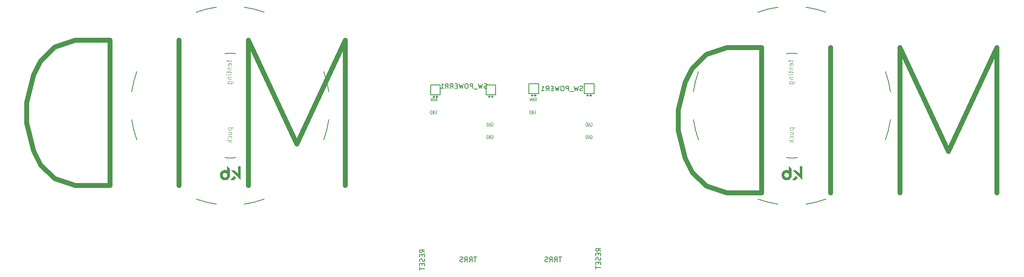
<source format=gbr>
%TF.GenerationSoftware,KiCad,Pcbnew,6.0.4+dfsg-1+b1*%
%TF.CreationDate,2022-04-16T20:30:22+01:00*%
%TF.ProjectId,sweep-mid,73776565-702d-46d6-9964-2e6b69636164,rev?*%
%TF.SameCoordinates,Original*%
%TF.FileFunction,Legend,Bot*%
%TF.FilePolarity,Positive*%
%FSLAX46Y46*%
G04 Gerber Fmt 4.6, Leading zero omitted, Abs format (unit mm)*
G04 Created by KiCad (PCBNEW 6.0.4+dfsg-1+b1) date 2022-04-16 20:30:22*
%MOMM*%
%LPD*%
G01*
G04 APERTURE LIST*
%ADD10C,1.000000*%
%ADD11C,0.150000*%
%ADD12C,0.100000*%
%ADD13C,0.125000*%
%ADD14C,0.200000*%
%ADD15C,0.010000*%
G04 APERTURE END LIST*
D10*
X250582857Y-105011428D02*
X250582857Y-75011428D01*
X240582857Y-96440000D01*
X230582857Y-75011428D01*
X230582857Y-105011428D01*
X216297142Y-105011428D02*
X216297142Y-75011428D01*
X202011428Y-105011428D02*
X202011428Y-75011428D01*
X194868571Y-75011428D01*
X190582857Y-76440000D01*
X187725714Y-79297142D01*
X186297142Y-82154285D01*
X184868571Y-87868571D01*
X184868571Y-92154285D01*
X186297142Y-97868571D01*
X187725714Y-100725714D01*
X190582857Y-103582857D01*
X194868571Y-105011428D01*
X202011428Y-105011428D01*
X116216857Y-103487428D02*
X116216857Y-73487428D01*
X106216857Y-94916000D01*
X96216857Y-73487428D01*
X96216857Y-103487428D01*
X81931142Y-103487428D02*
X81931142Y-73487428D01*
X67645428Y-103487428D02*
X67645428Y-73487428D01*
X60502571Y-73487428D01*
X56216857Y-74916000D01*
X53359714Y-77773142D01*
X51931142Y-80630285D01*
X50502571Y-86344571D01*
X50502571Y-90630285D01*
X51931142Y-96344571D01*
X53359714Y-99201714D01*
X56216857Y-102058857D01*
X60502571Y-103487428D01*
X67645428Y-103487428D01*
D11*
%TO.C,Bat+r1*%
X146499638Y-84941895D02*
X146499638Y-85135419D01*
X146693161Y-85058009D02*
X146499638Y-85135419D01*
X146306114Y-85058009D01*
X146615752Y-85290238D02*
X146499638Y-85135419D01*
X146383523Y-85290238D01*
X145880361Y-84941895D02*
X145880361Y-85135419D01*
X146073885Y-85058009D02*
X145880361Y-85135419D01*
X145686838Y-85058009D01*
X145996476Y-85290238D02*
X145880361Y-85135419D01*
X145764247Y-85290238D01*
%TO.C,BatGND1*%
X135069638Y-84941895D02*
X135069638Y-85135419D01*
X135263161Y-85058009D02*
X135069638Y-85135419D01*
X134876114Y-85058009D01*
X135185752Y-85290238D02*
X135069638Y-85135419D01*
X134953523Y-85290238D01*
X134450361Y-84941895D02*
X134450361Y-85135419D01*
X134643885Y-85058009D02*
X134450361Y-85135419D01*
X134256838Y-85058009D01*
X134566476Y-85290238D02*
X134450361Y-85135419D01*
X134334247Y-85290238D01*
D12*
%TO.C,REF\u002A\u002A*%
X91987714Y-77573500D02*
X91987714Y-77954452D01*
X91654380Y-77716357D02*
X92511523Y-77716357D01*
X92606761Y-77763976D01*
X92654380Y-77859214D01*
X92654380Y-77954452D01*
X92606761Y-78668738D02*
X92654380Y-78573500D01*
X92654380Y-78383023D01*
X92606761Y-78287785D01*
X92511523Y-78240166D01*
X92130571Y-78240166D01*
X92035333Y-78287785D01*
X91987714Y-78383023D01*
X91987714Y-78573500D01*
X92035333Y-78668738D01*
X92130571Y-78716357D01*
X92225809Y-78716357D01*
X92321047Y-78240166D01*
X91987714Y-79144928D02*
X92654380Y-79144928D01*
X92082952Y-79144928D02*
X92035333Y-79192547D01*
X91987714Y-79287785D01*
X91987714Y-79430642D01*
X92035333Y-79525880D01*
X92130571Y-79573500D01*
X92654380Y-79573500D01*
X91987714Y-79906833D02*
X91987714Y-80287785D01*
X91654380Y-80049690D02*
X92511523Y-80049690D01*
X92606761Y-80097309D01*
X92654380Y-80192547D01*
X92654380Y-80287785D01*
X92654380Y-80621119D02*
X91987714Y-80621119D01*
X91654380Y-80621119D02*
X91702000Y-80573500D01*
X91749619Y-80621119D01*
X91702000Y-80668738D01*
X91654380Y-80621119D01*
X91749619Y-80621119D01*
X91987714Y-81097309D02*
X92654380Y-81097309D01*
X92082952Y-81097309D02*
X92035333Y-81144928D01*
X91987714Y-81240166D01*
X91987714Y-81383023D01*
X92035333Y-81478261D01*
X92130571Y-81525880D01*
X92654380Y-81525880D01*
X91987714Y-82430642D02*
X92797238Y-82430642D01*
X92892476Y-82383023D01*
X92940095Y-82335404D01*
X92987714Y-82240166D01*
X92987714Y-82097309D01*
X92940095Y-82002071D01*
X92606761Y-82430642D02*
X92654380Y-82335404D01*
X92654380Y-82144928D01*
X92606761Y-82049690D01*
X92559142Y-82002071D01*
X92463904Y-81954452D01*
X92178190Y-81954452D01*
X92082952Y-82002071D01*
X92035333Y-82049690D01*
X91987714Y-82144928D01*
X91987714Y-82335404D01*
X92035333Y-82430642D01*
X92051214Y-91527500D02*
X93051214Y-91527500D01*
X92098833Y-91527500D02*
X92051214Y-91622738D01*
X92051214Y-91813214D01*
X92098833Y-91908452D01*
X92146452Y-91956071D01*
X92241690Y-92003690D01*
X92527404Y-92003690D01*
X92622642Y-91956071D01*
X92670261Y-91908452D01*
X92717880Y-91813214D01*
X92717880Y-91622738D01*
X92670261Y-91527500D01*
X92051214Y-92860833D02*
X92717880Y-92860833D01*
X92051214Y-92432261D02*
X92575023Y-92432261D01*
X92670261Y-92479880D01*
X92717880Y-92575119D01*
X92717880Y-92717976D01*
X92670261Y-92813214D01*
X92622642Y-92860833D01*
X92670261Y-93765595D02*
X92717880Y-93670357D01*
X92717880Y-93479880D01*
X92670261Y-93384642D01*
X92622642Y-93337023D01*
X92527404Y-93289404D01*
X92241690Y-93289404D01*
X92146452Y-93337023D01*
X92098833Y-93384642D01*
X92051214Y-93479880D01*
X92051214Y-93670357D01*
X92098833Y-93765595D01*
X92717880Y-94194166D02*
X91717880Y-94194166D01*
X92336928Y-94289404D02*
X92717880Y-94575119D01*
X92051214Y-94575119D02*
X92432166Y-94194166D01*
D11*
%TO.C,RSW1*%
X132532380Y-117292619D02*
X132056190Y-116959285D01*
X132532380Y-116721190D02*
X131532380Y-116721190D01*
X131532380Y-117102142D01*
X131580000Y-117197380D01*
X131627619Y-117245000D01*
X131722857Y-117292619D01*
X131865714Y-117292619D01*
X131960952Y-117245000D01*
X132008571Y-117197380D01*
X132056190Y-117102142D01*
X132056190Y-116721190D01*
X132008571Y-117721190D02*
X132008571Y-118054523D01*
X132532380Y-118197380D02*
X132532380Y-117721190D01*
X131532380Y-117721190D01*
X131532380Y-118197380D01*
X132484761Y-118578333D02*
X132532380Y-118721190D01*
X132532380Y-118959285D01*
X132484761Y-119054523D01*
X132437142Y-119102142D01*
X132341904Y-119149761D01*
X132246666Y-119149761D01*
X132151428Y-119102142D01*
X132103809Y-119054523D01*
X132056190Y-118959285D01*
X132008571Y-118768809D01*
X131960952Y-118673571D01*
X131913333Y-118625952D01*
X131818095Y-118578333D01*
X131722857Y-118578333D01*
X131627619Y-118625952D01*
X131580000Y-118673571D01*
X131532380Y-118768809D01*
X131532380Y-119006904D01*
X131580000Y-119149761D01*
X132008571Y-119578333D02*
X132008571Y-119911666D01*
X132532380Y-120054523D02*
X132532380Y-119578333D01*
X131532380Y-119578333D01*
X131532380Y-120054523D01*
X131532380Y-120340238D02*
X131532380Y-120911666D01*
X132532380Y-120625952D02*
X131532380Y-120625952D01*
%TO.C,U1*%
D13*
X146354952Y-90521000D02*
X146402571Y-90485285D01*
X146474000Y-90485285D01*
X146545428Y-90521000D01*
X146593047Y-90592428D01*
X146616857Y-90663857D01*
X146640666Y-90806714D01*
X146640666Y-90913857D01*
X146616857Y-91056714D01*
X146593047Y-91128142D01*
X146545428Y-91199571D01*
X146474000Y-91235285D01*
X146426380Y-91235285D01*
X146354952Y-91199571D01*
X146331142Y-91163857D01*
X146331142Y-90913857D01*
X146426380Y-90913857D01*
X146116857Y-91235285D02*
X146116857Y-90485285D01*
X145831142Y-91235285D01*
X145831142Y-90485285D01*
X145593047Y-91235285D02*
X145593047Y-90485285D01*
X145474000Y-90485285D01*
X145402571Y-90521000D01*
X145354952Y-90592428D01*
X145331142Y-90663857D01*
X145307333Y-90806714D01*
X145307333Y-90913857D01*
X145331142Y-91056714D01*
X145354952Y-91128142D01*
X145402571Y-91199571D01*
X145474000Y-91235285D01*
X145593047Y-91235285D01*
X134799238Y-86065285D02*
X134965904Y-85708142D01*
X135084952Y-86065285D02*
X135084952Y-85315285D01*
X134894476Y-85315285D01*
X134846857Y-85351000D01*
X134823047Y-85386714D01*
X134799238Y-85458142D01*
X134799238Y-85565285D01*
X134823047Y-85636714D01*
X134846857Y-85672428D01*
X134894476Y-85708142D01*
X135084952Y-85708142D01*
X134608761Y-85851000D02*
X134370666Y-85851000D01*
X134656380Y-86065285D02*
X134489714Y-85315285D01*
X134323047Y-86065285D01*
X134204000Y-85315285D02*
X134084952Y-86065285D01*
X133989714Y-85529571D01*
X133894476Y-86065285D01*
X133775428Y-85315285D01*
X146334952Y-93101000D02*
X146382571Y-93065285D01*
X146454000Y-93065285D01*
X146525428Y-93101000D01*
X146573047Y-93172428D01*
X146596857Y-93243857D01*
X146620666Y-93386714D01*
X146620666Y-93493857D01*
X146596857Y-93636714D01*
X146573047Y-93708142D01*
X146525428Y-93779571D01*
X146454000Y-93815285D01*
X146406380Y-93815285D01*
X146334952Y-93779571D01*
X146311142Y-93743857D01*
X146311142Y-93493857D01*
X146406380Y-93493857D01*
X146096857Y-93815285D02*
X146096857Y-93065285D01*
X145811142Y-93815285D01*
X145811142Y-93065285D01*
X145573047Y-93815285D02*
X145573047Y-93065285D01*
X145454000Y-93065285D01*
X145382571Y-93101000D01*
X145334952Y-93172428D01*
X145311142Y-93243857D01*
X145287333Y-93386714D01*
X145287333Y-93493857D01*
X145311142Y-93636714D01*
X145334952Y-93708142D01*
X145382571Y-93779571D01*
X145454000Y-93815285D01*
X145573047Y-93815285D01*
X134704952Y-87991000D02*
X134752571Y-87955285D01*
X134824000Y-87955285D01*
X134895428Y-87991000D01*
X134943047Y-88062428D01*
X134966857Y-88133857D01*
X134990666Y-88276714D01*
X134990666Y-88383857D01*
X134966857Y-88526714D01*
X134943047Y-88598142D01*
X134895428Y-88669571D01*
X134824000Y-88705285D01*
X134776380Y-88705285D01*
X134704952Y-88669571D01*
X134681142Y-88633857D01*
X134681142Y-88383857D01*
X134776380Y-88383857D01*
X134466857Y-88705285D02*
X134466857Y-87955285D01*
X134181142Y-88705285D01*
X134181142Y-87955285D01*
X133943047Y-88705285D02*
X133943047Y-87955285D01*
X133824000Y-87955285D01*
X133752571Y-87991000D01*
X133704952Y-88062428D01*
X133681142Y-88133857D01*
X133657333Y-88276714D01*
X133657333Y-88383857D01*
X133681142Y-88526714D01*
X133704952Y-88598142D01*
X133752571Y-88669571D01*
X133824000Y-88705285D01*
X133943047Y-88705285D01*
D11*
%TO.C,BatGND4*%
X166769478Y-84687895D02*
X166769478Y-84881419D01*
X166963001Y-84804009D02*
X166769478Y-84881419D01*
X166575954Y-84804009D01*
X166885592Y-85036238D02*
X166769478Y-84881419D01*
X166653363Y-85036238D01*
X166150201Y-84687895D02*
X166150201Y-84881419D01*
X166343725Y-84804009D02*
X166150201Y-84881419D01*
X165956678Y-84804009D01*
X166266316Y-85036238D02*
X166150201Y-84881419D01*
X166034087Y-85036238D01*
%TO.C,RSW2*%
X168854380Y-117038619D02*
X168378190Y-116705285D01*
X168854380Y-116467190D02*
X167854380Y-116467190D01*
X167854380Y-116848142D01*
X167902000Y-116943380D01*
X167949619Y-116991000D01*
X168044857Y-117038619D01*
X168187714Y-117038619D01*
X168282952Y-116991000D01*
X168330571Y-116943380D01*
X168378190Y-116848142D01*
X168378190Y-116467190D01*
X168330571Y-117467190D02*
X168330571Y-117800523D01*
X168854380Y-117943380D02*
X168854380Y-117467190D01*
X167854380Y-117467190D01*
X167854380Y-117943380D01*
X168806761Y-118324333D02*
X168854380Y-118467190D01*
X168854380Y-118705285D01*
X168806761Y-118800523D01*
X168759142Y-118848142D01*
X168663904Y-118895761D01*
X168568666Y-118895761D01*
X168473428Y-118848142D01*
X168425809Y-118800523D01*
X168378190Y-118705285D01*
X168330571Y-118514809D01*
X168282952Y-118419571D01*
X168235333Y-118371952D01*
X168140095Y-118324333D01*
X168044857Y-118324333D01*
X167949619Y-118371952D01*
X167902000Y-118419571D01*
X167854380Y-118514809D01*
X167854380Y-118752904D01*
X167902000Y-118895761D01*
X168330571Y-119324333D02*
X168330571Y-119657666D01*
X168854380Y-119800523D02*
X168854380Y-119324333D01*
X167854380Y-119324333D01*
X167854380Y-119800523D01*
X167854380Y-120086238D02*
X167854380Y-120657666D01*
X168854380Y-120371952D02*
X167854380Y-120371952D01*
%TO.C,Bat+1*%
X155339478Y-84687895D02*
X155339478Y-84881419D01*
X155533001Y-84804009D02*
X155339478Y-84881419D01*
X155145954Y-84804009D01*
X155455592Y-85036238D02*
X155339478Y-84881419D01*
X155223363Y-85036238D01*
X154720201Y-84687895D02*
X154720201Y-84881419D01*
X154913725Y-84804009D02*
X154720201Y-84881419D01*
X154526678Y-84804009D01*
X154836316Y-85036238D02*
X154720201Y-84881419D01*
X154604087Y-85036238D01*
D12*
%TO.C,REF\u002A\u002A*%
X207875214Y-91527500D02*
X208875214Y-91527500D01*
X207922833Y-91527500D02*
X207875214Y-91622738D01*
X207875214Y-91813214D01*
X207922833Y-91908452D01*
X207970452Y-91956071D01*
X208065690Y-92003690D01*
X208351404Y-92003690D01*
X208446642Y-91956071D01*
X208494261Y-91908452D01*
X208541880Y-91813214D01*
X208541880Y-91622738D01*
X208494261Y-91527500D01*
X207875214Y-92860833D02*
X208541880Y-92860833D01*
X207875214Y-92432261D02*
X208399023Y-92432261D01*
X208494261Y-92479880D01*
X208541880Y-92575119D01*
X208541880Y-92717976D01*
X208494261Y-92813214D01*
X208446642Y-92860833D01*
X208494261Y-93765595D02*
X208541880Y-93670357D01*
X208541880Y-93479880D01*
X208494261Y-93384642D01*
X208446642Y-93337023D01*
X208351404Y-93289404D01*
X208065690Y-93289404D01*
X207970452Y-93337023D01*
X207922833Y-93384642D01*
X207875214Y-93479880D01*
X207875214Y-93670357D01*
X207922833Y-93765595D01*
X208541880Y-94194166D02*
X207541880Y-94194166D01*
X208160928Y-94289404D02*
X208541880Y-94575119D01*
X207875214Y-94575119D02*
X208256166Y-94194166D01*
X207811714Y-77573500D02*
X207811714Y-77954452D01*
X207478380Y-77716357D02*
X208335523Y-77716357D01*
X208430761Y-77763976D01*
X208478380Y-77859214D01*
X208478380Y-77954452D01*
X208430761Y-78668738D02*
X208478380Y-78573500D01*
X208478380Y-78383023D01*
X208430761Y-78287785D01*
X208335523Y-78240166D01*
X207954571Y-78240166D01*
X207859333Y-78287785D01*
X207811714Y-78383023D01*
X207811714Y-78573500D01*
X207859333Y-78668738D01*
X207954571Y-78716357D01*
X208049809Y-78716357D01*
X208145047Y-78240166D01*
X207811714Y-79144928D02*
X208478380Y-79144928D01*
X207906952Y-79144928D02*
X207859333Y-79192547D01*
X207811714Y-79287785D01*
X207811714Y-79430642D01*
X207859333Y-79525880D01*
X207954571Y-79573500D01*
X208478380Y-79573500D01*
X207811714Y-79906833D02*
X207811714Y-80287785D01*
X207478380Y-80049690D02*
X208335523Y-80049690D01*
X208430761Y-80097309D01*
X208478380Y-80192547D01*
X208478380Y-80287785D01*
X208478380Y-80621119D02*
X207811714Y-80621119D01*
X207478380Y-80621119D02*
X207526000Y-80573500D01*
X207573619Y-80621119D01*
X207526000Y-80668738D01*
X207478380Y-80621119D01*
X207573619Y-80621119D01*
X207811714Y-81097309D02*
X208478380Y-81097309D01*
X207906952Y-81097309D02*
X207859333Y-81144928D01*
X207811714Y-81240166D01*
X207811714Y-81383023D01*
X207859333Y-81478261D01*
X207954571Y-81525880D01*
X208478380Y-81525880D01*
X207811714Y-82430642D02*
X208621238Y-82430642D01*
X208716476Y-82383023D01*
X208764095Y-82335404D01*
X208811714Y-82240166D01*
X208811714Y-82097309D01*
X208764095Y-82002071D01*
X208430761Y-82430642D02*
X208478380Y-82335404D01*
X208478380Y-82144928D01*
X208430761Y-82049690D01*
X208383142Y-82002071D01*
X208287904Y-81954452D01*
X208002190Y-81954452D01*
X207906952Y-82002071D01*
X207859333Y-82049690D01*
X207811714Y-82144928D01*
X207811714Y-82335404D01*
X207859333Y-82430642D01*
D11*
%TO.C,J1*%
X160765904Y-118197380D02*
X160194476Y-118197380D01*
X160480190Y-119197380D02*
X160480190Y-118197380D01*
X159289714Y-119197380D02*
X159623047Y-118721190D01*
X159861142Y-119197380D02*
X159861142Y-118197380D01*
X159480190Y-118197380D01*
X159384952Y-118245000D01*
X159337333Y-118292619D01*
X159289714Y-118387857D01*
X159289714Y-118530714D01*
X159337333Y-118625952D01*
X159384952Y-118673571D01*
X159480190Y-118721190D01*
X159861142Y-118721190D01*
X158289714Y-119197380D02*
X158623047Y-118721190D01*
X158861142Y-119197380D02*
X158861142Y-118197380D01*
X158480190Y-118197380D01*
X158384952Y-118245000D01*
X158337333Y-118292619D01*
X158289714Y-118387857D01*
X158289714Y-118530714D01*
X158337333Y-118625952D01*
X158384952Y-118673571D01*
X158480190Y-118721190D01*
X158861142Y-118721190D01*
X157908761Y-119149761D02*
X157765904Y-119197380D01*
X157527809Y-119197380D01*
X157432571Y-119149761D01*
X157384952Y-119102142D01*
X157337333Y-119006904D01*
X157337333Y-118911666D01*
X157384952Y-118816428D01*
X157432571Y-118768809D01*
X157527809Y-118721190D01*
X157718285Y-118673571D01*
X157813523Y-118625952D01*
X157861142Y-118578333D01*
X157908761Y-118483095D01*
X157908761Y-118387857D01*
X157861142Y-118292619D01*
X157813523Y-118245000D01*
X157718285Y-118197380D01*
X157480190Y-118197380D01*
X157337333Y-118245000D01*
D13*
%TO.C,U2*%
X155128792Y-87991000D02*
X155176411Y-87955285D01*
X155247840Y-87955285D01*
X155319268Y-87991000D01*
X155366887Y-88062428D01*
X155390697Y-88133857D01*
X155414506Y-88276714D01*
X155414506Y-88383857D01*
X155390697Y-88526714D01*
X155366887Y-88598142D01*
X155319268Y-88669571D01*
X155247840Y-88705285D01*
X155200220Y-88705285D01*
X155128792Y-88669571D01*
X155104982Y-88633857D01*
X155104982Y-88383857D01*
X155200220Y-88383857D01*
X154890697Y-88705285D02*
X154890697Y-87955285D01*
X154604982Y-88705285D01*
X154604982Y-87955285D01*
X154366887Y-88705285D02*
X154366887Y-87955285D01*
X154247840Y-87955285D01*
X154176411Y-87991000D01*
X154128792Y-88062428D01*
X154104982Y-88133857D01*
X154081173Y-88276714D01*
X154081173Y-88383857D01*
X154104982Y-88526714D01*
X154128792Y-88598142D01*
X154176411Y-88669571D01*
X154247840Y-88705285D01*
X154366887Y-88705285D01*
X155223078Y-86065285D02*
X155389744Y-85708142D01*
X155508792Y-86065285D02*
X155508792Y-85315285D01*
X155318316Y-85315285D01*
X155270697Y-85351000D01*
X155246887Y-85386714D01*
X155223078Y-85458142D01*
X155223078Y-85565285D01*
X155246887Y-85636714D01*
X155270697Y-85672428D01*
X155318316Y-85708142D01*
X155508792Y-85708142D01*
X155032601Y-85851000D02*
X154794506Y-85851000D01*
X155080220Y-86065285D02*
X154913554Y-85315285D01*
X154746887Y-86065285D01*
X154627840Y-85315285D02*
X154508792Y-86065285D01*
X154413554Y-85529571D01*
X154318316Y-86065285D01*
X154199268Y-85315285D01*
X166778792Y-90521000D02*
X166826411Y-90485285D01*
X166897840Y-90485285D01*
X166969268Y-90521000D01*
X167016887Y-90592428D01*
X167040697Y-90663857D01*
X167064506Y-90806714D01*
X167064506Y-90913857D01*
X167040697Y-91056714D01*
X167016887Y-91128142D01*
X166969268Y-91199571D01*
X166897840Y-91235285D01*
X166850220Y-91235285D01*
X166778792Y-91199571D01*
X166754982Y-91163857D01*
X166754982Y-90913857D01*
X166850220Y-90913857D01*
X166540697Y-91235285D02*
X166540697Y-90485285D01*
X166254982Y-91235285D01*
X166254982Y-90485285D01*
X166016887Y-91235285D02*
X166016887Y-90485285D01*
X165897840Y-90485285D01*
X165826411Y-90521000D01*
X165778792Y-90592428D01*
X165754982Y-90663857D01*
X165731173Y-90806714D01*
X165731173Y-90913857D01*
X165754982Y-91056714D01*
X165778792Y-91128142D01*
X165826411Y-91199571D01*
X165897840Y-91235285D01*
X166016887Y-91235285D01*
X166758792Y-93101000D02*
X166806411Y-93065285D01*
X166877840Y-93065285D01*
X166949268Y-93101000D01*
X166996887Y-93172428D01*
X167020697Y-93243857D01*
X167044506Y-93386714D01*
X167044506Y-93493857D01*
X167020697Y-93636714D01*
X166996887Y-93708142D01*
X166949268Y-93779571D01*
X166877840Y-93815285D01*
X166830220Y-93815285D01*
X166758792Y-93779571D01*
X166734982Y-93743857D01*
X166734982Y-93493857D01*
X166830220Y-93493857D01*
X166520697Y-93815285D02*
X166520697Y-93065285D01*
X166234982Y-93815285D01*
X166234982Y-93065285D01*
X165996887Y-93815285D02*
X165996887Y-93065285D01*
X165877840Y-93065285D01*
X165806411Y-93101000D01*
X165758792Y-93172428D01*
X165734982Y-93243857D01*
X165711173Y-93386714D01*
X165711173Y-93493857D01*
X165734982Y-93636714D01*
X165758792Y-93708142D01*
X165806411Y-93779571D01*
X165877840Y-93815285D01*
X165996887Y-93815285D01*
D11*
%TO.C,J2*%
X143239904Y-118197380D02*
X142668476Y-118197380D01*
X142954190Y-119197380D02*
X142954190Y-118197380D01*
X141763714Y-119197380D02*
X142097047Y-118721190D01*
X142335142Y-119197380D02*
X142335142Y-118197380D01*
X141954190Y-118197380D01*
X141858952Y-118245000D01*
X141811333Y-118292619D01*
X141763714Y-118387857D01*
X141763714Y-118530714D01*
X141811333Y-118625952D01*
X141858952Y-118673571D01*
X141954190Y-118721190D01*
X142335142Y-118721190D01*
X140763714Y-119197380D02*
X141097047Y-118721190D01*
X141335142Y-119197380D02*
X141335142Y-118197380D01*
X140954190Y-118197380D01*
X140858952Y-118245000D01*
X140811333Y-118292619D01*
X140763714Y-118387857D01*
X140763714Y-118530714D01*
X140811333Y-118625952D01*
X140858952Y-118673571D01*
X140954190Y-118721190D01*
X141335142Y-118721190D01*
X140382761Y-119149761D02*
X140239904Y-119197380D01*
X140001809Y-119197380D01*
X139906571Y-119149761D01*
X139858952Y-119102142D01*
X139811333Y-119006904D01*
X139811333Y-118911666D01*
X139858952Y-118816428D01*
X139906571Y-118768809D01*
X140001809Y-118721190D01*
X140192285Y-118673571D01*
X140287523Y-118625952D01*
X140335142Y-118578333D01*
X140382761Y-118483095D01*
X140382761Y-118387857D01*
X140335142Y-118292619D01*
X140287523Y-118245000D01*
X140192285Y-118197380D01*
X139954190Y-118197380D01*
X139811333Y-118245000D01*
%TO.C,SW_POWERR1*%
X145363904Y-83394761D02*
X145221047Y-83442380D01*
X144982952Y-83442380D01*
X144887714Y-83394761D01*
X144840095Y-83347142D01*
X144792476Y-83251904D01*
X144792476Y-83156666D01*
X144840095Y-83061428D01*
X144887714Y-83013809D01*
X144982952Y-82966190D01*
X145173428Y-82918571D01*
X145268666Y-82870952D01*
X145316285Y-82823333D01*
X145363904Y-82728095D01*
X145363904Y-82632857D01*
X145316285Y-82537619D01*
X145268666Y-82490000D01*
X145173428Y-82442380D01*
X144935333Y-82442380D01*
X144792476Y-82490000D01*
X144459142Y-82442380D02*
X144221047Y-83442380D01*
X144030571Y-82728095D01*
X143840095Y-83442380D01*
X143602000Y-82442380D01*
X143459142Y-83537619D02*
X142697238Y-83537619D01*
X142459142Y-83442380D02*
X142459142Y-82442380D01*
X142078190Y-82442380D01*
X141982952Y-82490000D01*
X141935333Y-82537619D01*
X141887714Y-82632857D01*
X141887714Y-82775714D01*
X141935333Y-82870952D01*
X141982952Y-82918571D01*
X142078190Y-82966190D01*
X142459142Y-82966190D01*
X141268666Y-82442380D02*
X141078190Y-82442380D01*
X140982952Y-82490000D01*
X140887714Y-82585238D01*
X140840095Y-82775714D01*
X140840095Y-83109047D01*
X140887714Y-83299523D01*
X140982952Y-83394761D01*
X141078190Y-83442380D01*
X141268666Y-83442380D01*
X141363904Y-83394761D01*
X141459142Y-83299523D01*
X141506761Y-83109047D01*
X141506761Y-82775714D01*
X141459142Y-82585238D01*
X141363904Y-82490000D01*
X141268666Y-82442380D01*
X140506761Y-82442380D02*
X140268666Y-83442380D01*
X140078190Y-82728095D01*
X139887714Y-83442380D01*
X139649619Y-82442380D01*
X139268666Y-82918571D02*
X138935333Y-82918571D01*
X138792476Y-83442380D02*
X139268666Y-83442380D01*
X139268666Y-82442380D01*
X138792476Y-82442380D01*
X137792476Y-83442380D02*
X138125809Y-82966190D01*
X138363904Y-83442380D02*
X138363904Y-82442380D01*
X137982952Y-82442380D01*
X137887714Y-82490000D01*
X137840095Y-82537619D01*
X137792476Y-82632857D01*
X137792476Y-82775714D01*
X137840095Y-82870952D01*
X137887714Y-82918571D01*
X137982952Y-82966190D01*
X138363904Y-82966190D01*
X136792476Y-83442380D02*
X137125809Y-82966190D01*
X137363904Y-83442380D02*
X137363904Y-82442380D01*
X136982952Y-82442380D01*
X136887714Y-82490000D01*
X136840095Y-82537619D01*
X136792476Y-82632857D01*
X136792476Y-82775714D01*
X136840095Y-82870952D01*
X136887714Y-82918571D01*
X136982952Y-82966190D01*
X137363904Y-82966190D01*
X135840095Y-83442380D02*
X136411523Y-83442380D01*
X136125809Y-83442380D02*
X136125809Y-82442380D01*
X136221047Y-82585238D01*
X136316285Y-82680476D01*
X136411523Y-82728095D01*
%TO.C,SW_POWER1*%
X165133744Y-83902761D02*
X164990887Y-83950380D01*
X164752792Y-83950380D01*
X164657554Y-83902761D01*
X164609935Y-83855142D01*
X164562316Y-83759904D01*
X164562316Y-83664666D01*
X164609935Y-83569428D01*
X164657554Y-83521809D01*
X164752792Y-83474190D01*
X164943268Y-83426571D01*
X165038506Y-83378952D01*
X165086125Y-83331333D01*
X165133744Y-83236095D01*
X165133744Y-83140857D01*
X165086125Y-83045619D01*
X165038506Y-82998000D01*
X164943268Y-82950380D01*
X164705173Y-82950380D01*
X164562316Y-82998000D01*
X164228982Y-82950380D02*
X163990887Y-83950380D01*
X163800411Y-83236095D01*
X163609935Y-83950380D01*
X163371840Y-82950380D01*
X163228982Y-84045619D02*
X162467078Y-84045619D01*
X162228982Y-83950380D02*
X162228982Y-82950380D01*
X161848030Y-82950380D01*
X161752792Y-82998000D01*
X161705173Y-83045619D01*
X161657554Y-83140857D01*
X161657554Y-83283714D01*
X161705173Y-83378952D01*
X161752792Y-83426571D01*
X161848030Y-83474190D01*
X162228982Y-83474190D01*
X161038506Y-82950380D02*
X160848030Y-82950380D01*
X160752792Y-82998000D01*
X160657554Y-83093238D01*
X160609935Y-83283714D01*
X160609935Y-83617047D01*
X160657554Y-83807523D01*
X160752792Y-83902761D01*
X160848030Y-83950380D01*
X161038506Y-83950380D01*
X161133744Y-83902761D01*
X161228982Y-83807523D01*
X161276601Y-83617047D01*
X161276601Y-83283714D01*
X161228982Y-83093238D01*
X161133744Y-82998000D01*
X161038506Y-82950380D01*
X160276601Y-82950380D02*
X160038506Y-83950380D01*
X159848030Y-83236095D01*
X159657554Y-83950380D01*
X159419459Y-82950380D01*
X159038506Y-83426571D02*
X158705173Y-83426571D01*
X158562316Y-83950380D02*
X159038506Y-83950380D01*
X159038506Y-82950380D01*
X158562316Y-82950380D01*
X157562316Y-83950380D02*
X157895649Y-83474190D01*
X158133744Y-83950380D02*
X158133744Y-82950380D01*
X157752792Y-82950380D01*
X157657554Y-82998000D01*
X157609935Y-83045619D01*
X157562316Y-83140857D01*
X157562316Y-83283714D01*
X157609935Y-83378952D01*
X157657554Y-83426571D01*
X157752792Y-83474190D01*
X158133744Y-83474190D01*
X156609935Y-83950380D02*
X157181363Y-83950380D01*
X156895649Y-83950380D02*
X156895649Y-82950380D01*
X156990887Y-83093238D01*
X157086125Y-83188476D01*
X157181363Y-83236095D01*
%TO.C,Bat+r1*%
X145190000Y-84736000D02*
X145190000Y-82736000D01*
X147190000Y-84736000D02*
X145190000Y-84736000D01*
X147190000Y-82736000D02*
X147190000Y-84736000D01*
X145190000Y-82736000D02*
X147190000Y-82736000D01*
%TO.C,BatGND1*%
X133760000Y-82736000D02*
X135760000Y-82736000D01*
X135760000Y-84736000D02*
X133760000Y-84736000D01*
X135760000Y-82736000D02*
X135760000Y-84736000D01*
X133760000Y-84736000D02*
X133760000Y-82736000D01*
D14*
%TO.C,REF\u002A\u002A*%
X91327615Y-97730864D02*
G75*
G03*
X92456000Y-97790000I1128379J10735785D01*
G01*
X99464049Y-67708867D02*
G75*
G03*
X95313500Y-66675000I-7008049J-19286133D01*
G01*
X93584385Y-76259137D02*
G75*
G03*
X92456000Y-76200000I-1128385J-10735763D01*
G01*
X85447955Y-106281135D02*
G75*
G03*
X89598500Y-107315000I7008045J19286135D01*
G01*
X95313500Y-107315000D02*
G75*
G03*
X99464045Y-106281135I-2857506J20320019D01*
G01*
X112776000Y-84137500D02*
G75*
G03*
X111742134Y-79986952I-20320000J-2857500D01*
G01*
X111742134Y-94003048D02*
G75*
G03*
X112776000Y-89852500I-19286134J7008048D01*
G01*
X92456000Y-97790001D02*
G75*
G03*
X93584385Y-97730864I0J10794901D01*
G01*
X89598500Y-66674999D02*
G75*
G03*
X85447954Y-67708865I2857500J-20320001D01*
G01*
X73169865Y-79986956D02*
G75*
G03*
X72136000Y-84137500I19286255J-7008074D01*
G01*
X92456000Y-76200000D02*
G75*
G03*
X91327615Y-76259136I-6J-10794921D01*
G01*
X72135999Y-89852500D02*
G75*
G03*
X73169865Y-94003046I20320001J2857500D01*
G01*
G36*
X92333717Y-101425364D02*
G01*
X92331104Y-101453759D01*
X92322235Y-101500209D01*
X92284682Y-101627369D01*
X92229516Y-101753232D01*
X92159824Y-101871414D01*
X92078693Y-101975534D01*
X92070299Y-101984700D01*
X91961987Y-102085026D01*
X91839567Y-102169023D01*
X91706394Y-102235002D01*
X91565826Y-102281277D01*
X91421218Y-102306158D01*
X91320972Y-102310641D01*
X91172551Y-102299242D01*
X91029132Y-102266989D01*
X90892896Y-102214966D01*
X90766021Y-102144252D01*
X90650688Y-102055930D01*
X90549075Y-101951081D01*
X90463363Y-101830788D01*
X90406108Y-101723869D01*
X90352963Y-101584633D01*
X90321607Y-101440069D01*
X90315103Y-101343705D01*
X90810342Y-101343705D01*
X90810624Y-101348995D01*
X90814942Y-101404298D01*
X90822299Y-101446590D01*
X90834944Y-101485198D01*
X90855125Y-101529444D01*
X90876613Y-101567771D01*
X90918098Y-101626565D01*
X90966155Y-101682021D01*
X91015478Y-101728215D01*
X91060764Y-101759219D01*
X91076931Y-101766995D01*
X91117836Y-101784355D01*
X91160833Y-101800441D01*
X91233660Y-101819729D01*
X91337361Y-101828250D01*
X91438902Y-101815456D01*
X91535688Y-101782324D01*
X91625120Y-101729831D01*
X91704601Y-101658954D01*
X91771535Y-101570671D01*
X91800189Y-101516526D01*
X91830621Y-101422507D01*
X91841193Y-101324958D01*
X91832887Y-101227010D01*
X91806685Y-101131797D01*
X91763572Y-101042450D01*
X91704529Y-100962104D01*
X91630539Y-100893890D01*
X91542587Y-100840941D01*
X91528584Y-100834655D01*
X91430238Y-100804030D01*
X91328886Y-100793848D01*
X91227982Y-100803168D01*
X91130983Y-100831046D01*
X91041347Y-100876542D01*
X90962530Y-100938712D01*
X90897988Y-101016616D01*
X90880218Y-101045145D01*
X90836566Y-101138568D01*
X90813710Y-101236460D01*
X90810342Y-101343705D01*
X90315103Y-101343705D01*
X90311316Y-101287591D01*
X90314877Y-101197921D01*
X90337558Y-101047642D01*
X90380310Y-100905673D01*
X90442120Y-100773688D01*
X90521978Y-100653363D01*
X90618872Y-100546374D01*
X90731792Y-100454394D01*
X90859725Y-100379101D01*
X90929576Y-100346462D01*
X91004714Y-100317245D01*
X91076366Y-100297753D01*
X91152849Y-100285816D01*
X91242484Y-100279264D01*
X91260296Y-100278596D01*
X91399497Y-100285034D01*
X91529880Y-100312710D01*
X91652096Y-100361814D01*
X91766793Y-100432536D01*
X91790927Y-100449738D01*
X91815773Y-100466081D01*
X91828204Y-100472395D01*
X91829112Y-100468365D01*
X91830561Y-100444558D01*
X91831888Y-100401435D01*
X91833057Y-100341360D01*
X91834033Y-100266698D01*
X91834783Y-100179812D01*
X91835272Y-100083067D01*
X91835464Y-99978827D01*
X91835612Y-99485259D01*
X92343316Y-99995285D01*
X92343229Y-100686999D01*
X92343226Y-100698735D01*
X92342965Y-100849209D01*
X92342301Y-100986481D01*
X92341257Y-101109137D01*
X92339854Y-101215766D01*
X92338115Y-101304955D01*
X92337531Y-101324958D01*
X92336062Y-101375292D01*
X92333717Y-101425364D01*
G37*
D15*
X92333717Y-101425364D02*
X92331104Y-101453759D01*
X92322235Y-101500209D01*
X92284682Y-101627369D01*
X92229516Y-101753232D01*
X92159824Y-101871414D01*
X92078693Y-101975534D01*
X92070299Y-101984700D01*
X91961987Y-102085026D01*
X91839567Y-102169023D01*
X91706394Y-102235002D01*
X91565826Y-102281277D01*
X91421218Y-102306158D01*
X91320972Y-102310641D01*
X91172551Y-102299242D01*
X91029132Y-102266989D01*
X90892896Y-102214966D01*
X90766021Y-102144252D01*
X90650688Y-102055930D01*
X90549075Y-101951081D01*
X90463363Y-101830788D01*
X90406108Y-101723869D01*
X90352963Y-101584633D01*
X90321607Y-101440069D01*
X90315103Y-101343705D01*
X90810342Y-101343705D01*
X90810624Y-101348995D01*
X90814942Y-101404298D01*
X90822299Y-101446590D01*
X90834944Y-101485198D01*
X90855125Y-101529444D01*
X90876613Y-101567771D01*
X90918098Y-101626565D01*
X90966155Y-101682021D01*
X91015478Y-101728215D01*
X91060764Y-101759219D01*
X91076931Y-101766995D01*
X91117836Y-101784355D01*
X91160833Y-101800441D01*
X91233660Y-101819729D01*
X91337361Y-101828250D01*
X91438902Y-101815456D01*
X91535688Y-101782324D01*
X91625120Y-101729831D01*
X91704601Y-101658954D01*
X91771535Y-101570671D01*
X91800189Y-101516526D01*
X91830621Y-101422507D01*
X91841193Y-101324958D01*
X91832887Y-101227010D01*
X91806685Y-101131797D01*
X91763572Y-101042450D01*
X91704529Y-100962104D01*
X91630539Y-100893890D01*
X91542587Y-100840941D01*
X91528584Y-100834655D01*
X91430238Y-100804030D01*
X91328886Y-100793848D01*
X91227982Y-100803168D01*
X91130983Y-100831046D01*
X91041347Y-100876542D01*
X90962530Y-100938712D01*
X90897988Y-101016616D01*
X90880218Y-101045145D01*
X90836566Y-101138568D01*
X90813710Y-101236460D01*
X90810342Y-101343705D01*
X90315103Y-101343705D01*
X90311316Y-101287591D01*
X90314877Y-101197921D01*
X90337558Y-101047642D01*
X90380310Y-100905673D01*
X90442120Y-100773688D01*
X90521978Y-100653363D01*
X90618872Y-100546374D01*
X90731792Y-100454394D01*
X90859725Y-100379101D01*
X90929576Y-100346462D01*
X91004714Y-100317245D01*
X91076366Y-100297753D01*
X91152849Y-100285816D01*
X91242484Y-100279264D01*
X91260296Y-100278596D01*
X91399497Y-100285034D01*
X91529880Y-100312710D01*
X91652096Y-100361814D01*
X91766793Y-100432536D01*
X91790927Y-100449738D01*
X91815773Y-100466081D01*
X91828204Y-100472395D01*
X91829112Y-100468365D01*
X91830561Y-100444558D01*
X91831888Y-100401435D01*
X91833057Y-100341360D01*
X91834033Y-100266698D01*
X91834783Y-100179812D01*
X91835272Y-100083067D01*
X91835464Y-99978827D01*
X91835612Y-99485259D01*
X92343316Y-99995285D01*
X92343229Y-100686999D01*
X92343226Y-100698735D01*
X92342965Y-100849209D01*
X92342301Y-100986481D01*
X92341257Y-101109137D01*
X92339854Y-101215766D01*
X92338115Y-101304955D01*
X92337531Y-101324958D01*
X92336062Y-101375292D01*
X92333717Y-101425364D01*
G36*
X94536952Y-102221356D02*
G01*
X94446108Y-102129080D01*
X94432327Y-102115084D01*
X94400466Y-102082731D01*
X94354519Y-102036077D01*
X94295703Y-101976359D01*
X94225236Y-101904814D01*
X94144337Y-101822677D01*
X94054222Y-101731184D01*
X93956110Y-101631573D01*
X93851218Y-101525080D01*
X93740764Y-101412940D01*
X93625965Y-101296391D01*
X93508040Y-101176668D01*
X92660816Y-100316531D01*
X92949184Y-100313438D01*
X93237552Y-100310344D01*
X94040498Y-101113044D01*
X94040498Y-99479486D01*
X94536952Y-99479486D01*
X94536952Y-102221356D01*
G37*
X94536952Y-102221356D02*
X94446108Y-102129080D01*
X94432327Y-102115084D01*
X94400466Y-102082731D01*
X94354519Y-102036077D01*
X94295703Y-101976359D01*
X94225236Y-101904814D01*
X94144337Y-101822677D01*
X94054222Y-101731184D01*
X93956110Y-101631573D01*
X93851218Y-101525080D01*
X93740764Y-101412940D01*
X93625965Y-101296391D01*
X93508040Y-101176668D01*
X92660816Y-100316531D01*
X92949184Y-100313438D01*
X93237552Y-100310344D01*
X94040498Y-101113044D01*
X94040498Y-99479486D01*
X94536952Y-99479486D01*
X94536952Y-102221356D01*
G36*
X93243184Y-101511669D02*
G01*
X93255413Y-101521717D01*
X93280895Y-101545337D01*
X93317042Y-101580050D01*
X93361266Y-101623375D01*
X93410979Y-101672830D01*
X93572014Y-101834174D01*
X93538132Y-101871989D01*
X93534955Y-101875481D01*
X93513087Y-101898690D01*
X93478741Y-101934436D01*
X93434925Y-101979616D01*
X93384642Y-102031129D01*
X93330900Y-102085872D01*
X93157550Y-102261941D01*
X92537536Y-102261941D01*
X92565837Y-102228306D01*
X92568130Y-102225615D01*
X92588798Y-102202386D01*
X92621556Y-102166546D01*
X92664416Y-102120201D01*
X92715388Y-102065458D01*
X92772484Y-102004423D01*
X92833714Y-101939204D01*
X92897089Y-101871906D01*
X92960622Y-101804636D01*
X93022321Y-101739501D01*
X93080200Y-101678607D01*
X93132267Y-101624061D01*
X93176536Y-101577969D01*
X93211015Y-101542438D01*
X93233718Y-101519575D01*
X93242653Y-101511486D01*
X93243184Y-101511669D01*
G37*
X93243184Y-101511669D02*
X93255413Y-101521717D01*
X93280895Y-101545337D01*
X93317042Y-101580050D01*
X93361266Y-101623375D01*
X93410979Y-101672830D01*
X93572014Y-101834174D01*
X93538132Y-101871989D01*
X93534955Y-101875481D01*
X93513087Y-101898690D01*
X93478741Y-101934436D01*
X93434925Y-101979616D01*
X93384642Y-102031129D01*
X93330900Y-102085872D01*
X93157550Y-102261941D01*
X92537536Y-102261941D01*
X92565837Y-102228306D01*
X92568130Y-102225615D01*
X92588798Y-102202386D01*
X92621556Y-102166546D01*
X92664416Y-102120201D01*
X92715388Y-102065458D01*
X92772484Y-102004423D01*
X92833714Y-101939204D01*
X92897089Y-101871906D01*
X92960622Y-101804636D01*
X93022321Y-101739501D01*
X93080200Y-101678607D01*
X93132267Y-101624061D01*
X93176536Y-101577969D01*
X93211015Y-101542438D01*
X93233718Y-101519575D01*
X93242653Y-101511486D01*
X93243184Y-101511669D01*
D11*
%TO.C,BatGND4*%
X167459840Y-84482000D02*
X165459840Y-84482000D01*
X165459840Y-84482000D02*
X165459840Y-82482000D01*
X165459840Y-82482000D02*
X167459840Y-82482000D01*
X167459840Y-82482000D02*
X167459840Y-84482000D01*
%TO.C,Bat+1*%
X154029840Y-82482000D02*
X156029840Y-82482000D01*
X154029840Y-84482000D02*
X154029840Y-82482000D01*
X156029840Y-82482000D02*
X156029840Y-84482000D01*
X156029840Y-84482000D02*
X154029840Y-84482000D01*
D14*
%TO.C,REF\u002A\u002A*%
X205422500Y-66674999D02*
G75*
G03*
X201271954Y-67708865I2857500J-20320001D01*
G01*
X211137500Y-107315000D02*
G75*
G03*
X215288045Y-106281135I-2857506J20320019D01*
G01*
X228600000Y-84137500D02*
G75*
G03*
X227566134Y-79986952I-20320000J-2857500D01*
G01*
X209408385Y-76259137D02*
G75*
G03*
X208280000Y-76200000I-1128385J-10735763D01*
G01*
X227566134Y-94003048D02*
G75*
G03*
X228600000Y-89852500I-19286134J7008048D01*
G01*
X187959999Y-89852500D02*
G75*
G03*
X188993865Y-94003046I20320001J2857500D01*
G01*
X215288049Y-67708867D02*
G75*
G03*
X211137500Y-66675000I-7008049J-19286133D01*
G01*
X208280000Y-97790001D02*
G75*
G03*
X209408385Y-97730864I0J10794901D01*
G01*
X207151615Y-97730864D02*
G75*
G03*
X208280000Y-97790000I1128379J10735785D01*
G01*
X208280000Y-76200000D02*
G75*
G03*
X207151615Y-76259136I-6J-10794921D01*
G01*
X188993865Y-79986956D02*
G75*
G03*
X187960000Y-84137500I19286255J-7008074D01*
G01*
X201271955Y-106281135D02*
G75*
G03*
X205422500Y-107315000I7008045J19286135D01*
G01*
G36*
X208157717Y-101425364D02*
G01*
X208155104Y-101453759D01*
X208146235Y-101500209D01*
X208108682Y-101627369D01*
X208053516Y-101753232D01*
X207983824Y-101871414D01*
X207902693Y-101975534D01*
X207894299Y-101984700D01*
X207785987Y-102085026D01*
X207663567Y-102169023D01*
X207530394Y-102235002D01*
X207389826Y-102281277D01*
X207245218Y-102306158D01*
X207144972Y-102310641D01*
X206996551Y-102299242D01*
X206853132Y-102266989D01*
X206716896Y-102214966D01*
X206590021Y-102144252D01*
X206474688Y-102055930D01*
X206373075Y-101951081D01*
X206287363Y-101830788D01*
X206230108Y-101723869D01*
X206176963Y-101584633D01*
X206145607Y-101440069D01*
X206139103Y-101343705D01*
X206634342Y-101343705D01*
X206634624Y-101348995D01*
X206638942Y-101404298D01*
X206646299Y-101446590D01*
X206658944Y-101485198D01*
X206679125Y-101529444D01*
X206700613Y-101567771D01*
X206742098Y-101626565D01*
X206790155Y-101682021D01*
X206839478Y-101728215D01*
X206884764Y-101759219D01*
X206900931Y-101766995D01*
X206941836Y-101784355D01*
X206984833Y-101800441D01*
X207057660Y-101819729D01*
X207161361Y-101828250D01*
X207262902Y-101815456D01*
X207359688Y-101782324D01*
X207449120Y-101729831D01*
X207528601Y-101658954D01*
X207595535Y-101570671D01*
X207624189Y-101516526D01*
X207654621Y-101422507D01*
X207665193Y-101324958D01*
X207656887Y-101227010D01*
X207630685Y-101131797D01*
X207587572Y-101042450D01*
X207528529Y-100962104D01*
X207454539Y-100893890D01*
X207366587Y-100840941D01*
X207352584Y-100834655D01*
X207254238Y-100804030D01*
X207152886Y-100793848D01*
X207051982Y-100803168D01*
X206954983Y-100831046D01*
X206865347Y-100876542D01*
X206786530Y-100938712D01*
X206721988Y-101016616D01*
X206704218Y-101045145D01*
X206660566Y-101138568D01*
X206637710Y-101236460D01*
X206634342Y-101343705D01*
X206139103Y-101343705D01*
X206135316Y-101287591D01*
X206138877Y-101197921D01*
X206161558Y-101047642D01*
X206204310Y-100905673D01*
X206266120Y-100773688D01*
X206345978Y-100653363D01*
X206442872Y-100546374D01*
X206555792Y-100454394D01*
X206683725Y-100379101D01*
X206753576Y-100346462D01*
X206828714Y-100317245D01*
X206900366Y-100297753D01*
X206976849Y-100285816D01*
X207066484Y-100279264D01*
X207084296Y-100278596D01*
X207223497Y-100285034D01*
X207353880Y-100312710D01*
X207476096Y-100361814D01*
X207590793Y-100432536D01*
X207614927Y-100449738D01*
X207639773Y-100466081D01*
X207652204Y-100472395D01*
X207653112Y-100468365D01*
X207654561Y-100444558D01*
X207655888Y-100401435D01*
X207657057Y-100341360D01*
X207658033Y-100266698D01*
X207658783Y-100179812D01*
X207659272Y-100083067D01*
X207659464Y-99978827D01*
X207659612Y-99485259D01*
X208167316Y-99995285D01*
X208167229Y-100686999D01*
X208167226Y-100698735D01*
X208166965Y-100849209D01*
X208166301Y-100986481D01*
X208165257Y-101109137D01*
X208163854Y-101215766D01*
X208162115Y-101304955D01*
X208161531Y-101324958D01*
X208160062Y-101375292D01*
X208157717Y-101425364D01*
G37*
D15*
X208157717Y-101425364D02*
X208155104Y-101453759D01*
X208146235Y-101500209D01*
X208108682Y-101627369D01*
X208053516Y-101753232D01*
X207983824Y-101871414D01*
X207902693Y-101975534D01*
X207894299Y-101984700D01*
X207785987Y-102085026D01*
X207663567Y-102169023D01*
X207530394Y-102235002D01*
X207389826Y-102281277D01*
X207245218Y-102306158D01*
X207144972Y-102310641D01*
X206996551Y-102299242D01*
X206853132Y-102266989D01*
X206716896Y-102214966D01*
X206590021Y-102144252D01*
X206474688Y-102055930D01*
X206373075Y-101951081D01*
X206287363Y-101830788D01*
X206230108Y-101723869D01*
X206176963Y-101584633D01*
X206145607Y-101440069D01*
X206139103Y-101343705D01*
X206634342Y-101343705D01*
X206634624Y-101348995D01*
X206638942Y-101404298D01*
X206646299Y-101446590D01*
X206658944Y-101485198D01*
X206679125Y-101529444D01*
X206700613Y-101567771D01*
X206742098Y-101626565D01*
X206790155Y-101682021D01*
X206839478Y-101728215D01*
X206884764Y-101759219D01*
X206900931Y-101766995D01*
X206941836Y-101784355D01*
X206984833Y-101800441D01*
X207057660Y-101819729D01*
X207161361Y-101828250D01*
X207262902Y-101815456D01*
X207359688Y-101782324D01*
X207449120Y-101729831D01*
X207528601Y-101658954D01*
X207595535Y-101570671D01*
X207624189Y-101516526D01*
X207654621Y-101422507D01*
X207665193Y-101324958D01*
X207656887Y-101227010D01*
X207630685Y-101131797D01*
X207587572Y-101042450D01*
X207528529Y-100962104D01*
X207454539Y-100893890D01*
X207366587Y-100840941D01*
X207352584Y-100834655D01*
X207254238Y-100804030D01*
X207152886Y-100793848D01*
X207051982Y-100803168D01*
X206954983Y-100831046D01*
X206865347Y-100876542D01*
X206786530Y-100938712D01*
X206721988Y-101016616D01*
X206704218Y-101045145D01*
X206660566Y-101138568D01*
X206637710Y-101236460D01*
X206634342Y-101343705D01*
X206139103Y-101343705D01*
X206135316Y-101287591D01*
X206138877Y-101197921D01*
X206161558Y-101047642D01*
X206204310Y-100905673D01*
X206266120Y-100773688D01*
X206345978Y-100653363D01*
X206442872Y-100546374D01*
X206555792Y-100454394D01*
X206683725Y-100379101D01*
X206753576Y-100346462D01*
X206828714Y-100317245D01*
X206900366Y-100297753D01*
X206976849Y-100285816D01*
X207066484Y-100279264D01*
X207084296Y-100278596D01*
X207223497Y-100285034D01*
X207353880Y-100312710D01*
X207476096Y-100361814D01*
X207590793Y-100432536D01*
X207614927Y-100449738D01*
X207639773Y-100466081D01*
X207652204Y-100472395D01*
X207653112Y-100468365D01*
X207654561Y-100444558D01*
X207655888Y-100401435D01*
X207657057Y-100341360D01*
X207658033Y-100266698D01*
X207658783Y-100179812D01*
X207659272Y-100083067D01*
X207659464Y-99978827D01*
X207659612Y-99485259D01*
X208167316Y-99995285D01*
X208167229Y-100686999D01*
X208167226Y-100698735D01*
X208166965Y-100849209D01*
X208166301Y-100986481D01*
X208165257Y-101109137D01*
X208163854Y-101215766D01*
X208162115Y-101304955D01*
X208161531Y-101324958D01*
X208160062Y-101375292D01*
X208157717Y-101425364D01*
G36*
X209067184Y-101511669D02*
G01*
X209079413Y-101521717D01*
X209104895Y-101545337D01*
X209141042Y-101580050D01*
X209185266Y-101623375D01*
X209234979Y-101672830D01*
X209396014Y-101834174D01*
X209362132Y-101871989D01*
X209358955Y-101875481D01*
X209337087Y-101898690D01*
X209302741Y-101934436D01*
X209258925Y-101979616D01*
X209208642Y-102031129D01*
X209154900Y-102085872D01*
X208981550Y-102261941D01*
X208361536Y-102261941D01*
X208389837Y-102228306D01*
X208392130Y-102225615D01*
X208412798Y-102202386D01*
X208445556Y-102166546D01*
X208488416Y-102120201D01*
X208539388Y-102065458D01*
X208596484Y-102004423D01*
X208657714Y-101939204D01*
X208721089Y-101871906D01*
X208784622Y-101804636D01*
X208846321Y-101739501D01*
X208904200Y-101678607D01*
X208956267Y-101624061D01*
X209000536Y-101577969D01*
X209035015Y-101542438D01*
X209057718Y-101519575D01*
X209066653Y-101511486D01*
X209067184Y-101511669D01*
G37*
X209067184Y-101511669D02*
X209079413Y-101521717D01*
X209104895Y-101545337D01*
X209141042Y-101580050D01*
X209185266Y-101623375D01*
X209234979Y-101672830D01*
X209396014Y-101834174D01*
X209362132Y-101871989D01*
X209358955Y-101875481D01*
X209337087Y-101898690D01*
X209302741Y-101934436D01*
X209258925Y-101979616D01*
X209208642Y-102031129D01*
X209154900Y-102085872D01*
X208981550Y-102261941D01*
X208361536Y-102261941D01*
X208389837Y-102228306D01*
X208392130Y-102225615D01*
X208412798Y-102202386D01*
X208445556Y-102166546D01*
X208488416Y-102120201D01*
X208539388Y-102065458D01*
X208596484Y-102004423D01*
X208657714Y-101939204D01*
X208721089Y-101871906D01*
X208784622Y-101804636D01*
X208846321Y-101739501D01*
X208904200Y-101678607D01*
X208956267Y-101624061D01*
X209000536Y-101577969D01*
X209035015Y-101542438D01*
X209057718Y-101519575D01*
X209066653Y-101511486D01*
X209067184Y-101511669D01*
G36*
X210360952Y-102221356D02*
G01*
X210270108Y-102129080D01*
X210256327Y-102115084D01*
X210224466Y-102082731D01*
X210178519Y-102036077D01*
X210119703Y-101976359D01*
X210049236Y-101904814D01*
X209968337Y-101822677D01*
X209878222Y-101731184D01*
X209780110Y-101631573D01*
X209675218Y-101525080D01*
X209564764Y-101412940D01*
X209449965Y-101296391D01*
X209332040Y-101176668D01*
X208484816Y-100316531D01*
X208773184Y-100313438D01*
X209061552Y-100310344D01*
X209864498Y-101113044D01*
X209864498Y-99479486D01*
X210360952Y-99479486D01*
X210360952Y-102221356D01*
G37*
X210360952Y-102221356D02*
X210270108Y-102129080D01*
X210256327Y-102115084D01*
X210224466Y-102082731D01*
X210178519Y-102036077D01*
X210119703Y-101976359D01*
X210049236Y-101904814D01*
X209968337Y-101822677D01*
X209878222Y-101731184D01*
X209780110Y-101631573D01*
X209675218Y-101525080D01*
X209564764Y-101412940D01*
X209449965Y-101296391D01*
X209332040Y-101176668D01*
X208484816Y-100316531D01*
X208773184Y-100313438D01*
X209061552Y-100310344D01*
X209864498Y-101113044D01*
X209864498Y-99479486D01*
X210360952Y-99479486D01*
X210360952Y-102221356D01*
%TD*%
M02*

</source>
